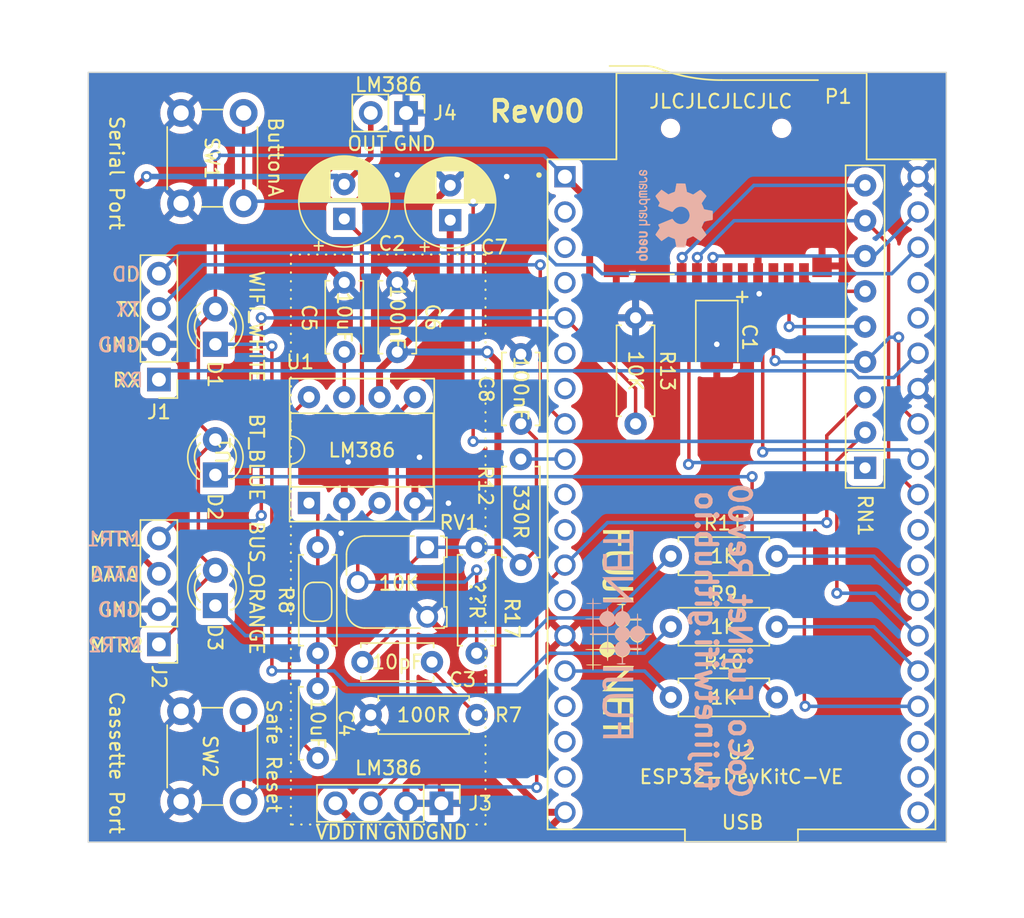
<source format=kicad_pcb>
(kicad_pcb (version 20221018) (generator pcbnew)
  (title_block (title "CoCo FujiNet") (date "2024-01-16") (rev "Rev 00"))
  (layers (0 "F.Cu" signal) (31 "B.Cu" signal) (34 "B.Paste" user) (35 "F.Paste" user) (36 "B.SilkS" user "B.Silkscreen") (37 "F.SilkS" user "F.Silkscreen") (38 "B.Mask" user) (39 "F.Mask" user) (44 "Edge.Cuts" user))
  (net 0 "")
  (net 1 "+3.3V")
  (net 2 "GND")
  (net 3 "Net-(C2-Pad1)")
  (net 4 "/CAS_PIN4_DATAIN")
  (net 5 "Net-(C3-Pad2)")
  (net 6 "Net-(C4-Pad2)")
  (net 7 "Net-(U1-BYPASS)")
  (net 8 "+5V")
  (net 9 "/LM386_IN")
  (net 10 "Net-(D1-K)")
  (net 11 "Net-(D2-K)")
  (net 12 "Net-(D3-K)")
  (net 13 "/SER_PIN2_RX")
  (net 14 "/SER_PIN4_TX")
  (net 15 "/CAS_PIN3_MTR1")
  (net 16 "Net-(P1-DAT2)")
  (net 17 "/IO5{slash}SPI_CS")
  (net 18 "/IO23{slash}SPI_MOSI")
  (net 19 "/IO18{slash}SPI_CLK")
  (net 20 "/IO19{slash}SPI_MISO")
  (net 21 "Net-(P1-DAT1)")
  (net 22 "/IO15{slash}CD")
  (net 23 "Net-(JP1-A)")
  (net 24 "/IO2{slash}LED_WIFI")
  (net 25 "/IO13{slash}LED_BT")
  (net 26 "/IO4{slash}LED_BUS")
  (net 27 "Net-(U2-IO25)")
  (net 28 "/IO14{slash}SAFE_RESET")
  (net 29 "Net-(U1-+)")
  (net 48 "/SER_PIN1_CD")
  (net 49 "Net-(JP1-B)")
  (net 50 "/IO0{slash}BUTTON_A")
  (footprint "LED_THT:LED_D3.0mm" (layer "F.Cu") (at 134.874 73.025 90)
    (fp_text reference "D1" (at -2.159 -0.036 270 unlocked) (layer "F.SilkS"))
    (fp_text value "WIFI_WHITE" (at 1.27 2.96 270 unlocked) (layer "F.SilkS"))
    (pad "1" thru_hole rect (at 0 0 90) (size 1.8 1.8) (drill 0.9) (layers "*.Cu" "*.Mask") (net 10 "Net-(D1-K)"))
    (pad "2" thru_hole circle (at 2.54 0 90) (size 1.8 1.8) (drill 0.9) (layers "*.Cu" "*.Mask") (net 1 "+3.3V"))
  )
  (footprint "Button_Switch_THT:SW_PUSH_6mm_H5mm" (layer "F.Cu") (at 136.906 56.388 -90)
    (fp_text reference "SW1" (at 3.25 2.286 -90 unlocked) (layer "F.SilkS"))
    (fp_text value "ButtonA" (at 3.175 -2.286 -90 unlocked) (layer "F.SilkS"))
    (pad "1" thru_hole circle (at 0 0) (size 2 2) (drill 1.1) (layers "*.Cu" "*.Mask") (net 50 "/IO0{slash}BUTTON_A"))
    (pad "1" thru_hole circle (at 6.5 0) (size 2 2) (drill 1.1) (layers "*.Cu" "*.Mask") (net 50 "/IO0{slash}BUTTON_A"))
    (pad "2" thru_hole circle (at 0 4.5) (size 2 2) (drill 1.1) (layers "*.Cu" "*.Mask") (net 2 "GND"))
    (pad "2" thru_hole circle (at 6.5 4.5) (size 2 2) (drill 1.1) (layers "*.Cu" "*.Mask") (net 2 "GND"))
  )
  (footprint "Connector_PinHeader_2.54mm:PinHeader_1x04_P2.54mm_Vertical" (layer "F.Cu") (at 130.81 75.565 180)
    (fp_text reference "J1" (at 0 -2.33) (layer "F.SilkS"))
    (fp_text value "Serial Port" (at 3.048 14.859 270 unlocked) (layer "F.SilkS"))
    (pad "1" thru_hole rect (at 0 0 180) (size 1.7 1.7) (drill 1) (layers "*.Cu" "*.Mask") (net 13 "/SER_PIN2_RX"))
    (pad "2" thru_hole oval (at 0 2.54 180) (size 1.7 1.7) (drill 1) (layers "*.Cu" "*.Mask") (net 2 "GND"))
    (pad "3" thru_hole oval (at 0 5.08 180) (size 1.7 1.7) (drill 1) (layers "*.Cu" "*.Mask") (net 14 "/SER_PIN4_TX"))
    (pad "4" thru_hole oval (at 0 7.62 180) (size 1.7 1.7) (drill 1) (layers "*.Cu" "*.Mask") (net 48 "/SER_PIN1_CD"))
  )
  (footprint "Connector_PinHeader_2.54mm:PinHeader_1x04_P2.54mm_Vertical" (layer "F.Cu") (at 130.81 94.615 180)
    (fp_text reference "J2" (at 0 -2.33 270 unlocked) (layer "F.SilkS"))
    (fp_text value "Cassette Port" (at 3.048 -8.509 270 unlocked) (layer "F.SilkS"))
    (pad "1" thru_hole rect (at 0 0 180) (size 1.7 1.7) (drill 1) (layers "*.Cu" "*.Mask") (net 1 "+3.3V"))
    (pad "2" thru_hole oval (at 0 2.54 180) (size 1.7 1.7) (drill 1) (layers "*.Cu" "*.Mask") (net 2 "GND"))
    (pad "3" thru_hole oval (at 0 5.08 180) (size 1.7 1.7) (drill 1) (layers "*.Cu" "*.Mask") (net 4 "/CAS_PIN4_DATAIN"))
    (pad "4" thru_hole oval (at 0 7.62 180) (size 1.7 1.7) (drill 1) (layers "*.Cu" "*.Mask") (net 15 "/CAS_PIN3_MTR1"))
  )
  (footprint "Resistor_THT:R_Axial_DIN0207_L6.3mm_D2.5mm_P7.62mm_Horizontal" (layer "F.Cu") (at 153.67 95.25 90)
    (fp_text reference "R17" (at 2.54 2.54 270 unlocked) (layer "F.SilkS"))
    (fp_text value "??R" (at 3.81 0 270 unlocked) (layer "F.SilkS"))
    (fp_text user "${REFERENCE}" (at 2.54 2.54 270 unlocked) (layer "F.SilkS"))
    (pad "1" thru_hole circle (at 0 0 90) (size 1.6 1.6) (drill 0.8) (layers "*.Cu" "*.Mask") (net 29 "Net-(U1-+)"))
    (pad "2" thru_hole oval (at 7.62 0 90) (size 1.6 1.6) (drill 0.8) (layers "*.Cu" "*.Mask") (net 9 "/LM386_IN"))
  )
  (footprint "Connector_PinHeader_2.54mm:PinHeader_1x02_P2.54mm_Vertical" (layer "F.Cu") (at 148.59 56.388 -90)
    (fp_text reference "J4" (at 0 -2.794) (layer "F.SilkS"))
    (fp_text value "LM386" (at -2.032 1.27 unlocked) (layer "F.SilkS"))
    (pad "1" thru_hole rect (at 0 0 270) (size 1.7 1.7) (drill 1) (layers "*.Cu" "*.Mask") (net 2 "GND"))
    (pad "2" thru_hole oval (at 0 2.54 270) (size 1.7 1.7) (drill 1) (layers "*.Cu" "*.Mask") (net 4 "/CAS_PIN4_DATAIN"))
  )
  (footprint "LED_THT:LED_D3.0mm" (layer "F.Cu") (at 134.874 91.821 90)
    (fp_text reference "D3" (at -2.286 -0.036 270 unlocked) (layer "F.SilkS"))
    (fp_text value "BUS_ORANGE" (at 1.27 2.96 270 unlocked) (layer "F.SilkS"))
    (pad "1" thru_hole rect (at 0 0 90) (size 1.8 1.8) (drill 0.9) (layers "*.Cu" "*.Mask") (net 12 "Net-(D3-K)"))
    (pad "2" thru_hole circle (at 2.54 0 90) (size 1.8 1.8) (drill 0.9) (layers "*.Cu" "*.Mask") (net 1 "+3.3V"))
  )
  (footprint "Capacitor_THT:C_Disc_D5.0mm_W2.5mm_P5.00mm" (layer "F.Cu") (at 147.955 73.58 90)
    (fp_text reference "C6" (at 2.5 2.54 270 unlocked) (layer "F.SilkS"))
    (fp_text value "100nF" (at 2.5 0 270 unlocked) (layer "F.SilkS"))
    (pad "1" thru_hole circle (at 0 0 90) (size 1.6 1.6) (drill 0.8) (layers "*.Cu" "*.Mask") (net 8 "+5V"))
    (pad "2" thru_hole circle (at 5 0 90) (size 1.6 1.6) (drill 0.8) (layers "*.Cu" "*.Mask") (net 2 "GND"))
  )
  (footprint "ESP32-DEVKITC-32U:MODULE_ESP32-DEVKITC-32U" (layer "F.Cu") (at 172.72 83.82)
    (fp_text reference "U2" (at 0 18.542 unlocked) (layer "F.SilkS"))
    (fp_text value "ESP32-DevKitC-VE" (at 0 20.32) (layer "F.SilkS"))
    (pad "1" thru_hole rect (at -12.7 -22.85) (size 1.53 1.53) (drill 1.02) (layers "*.Cu" "*.Mask") (net 1 "+3.3V"))
    (pad "2" thru_hole circle (at -12.7 -20.31) (size 1.53 1.53) (drill 1.02) (layers "*.Cu" "*.Mask"))
    (pad "3" thru_hole circle (at -12.7 -17.77) (size 1.53 1.53) (drill 1.02) (layers "*.Cu" "*.Mask"))
    (pad "4" thru_hole circle (at -12.7 -15.23) (size 1.53 1.53) (drill 1.02) (layers "*.Cu" "*.Mask"))
    (pad "5" thru_hole circle (at -12.7 -12.69) (size 1.53 1.53) (drill 1.02) (layers "*.Cu" "*.Mask") (net 15 "/CAS_PIN3_MTR1"))
    (pad "6" thru_hole circle (at -12.7 -10.15) (size 1.53 1.53) (drill 1.02) (layers "*.Cu" "*.Mask"))
    (pad "7" thru_hole circle (at -12.7 -7.61) (size 1.53 1.53) (drill 1.02) (layers "*.Cu" "*.Mask"))
    (pad "8" thru_hole circle (at -12.7 -5.07) (size 1.53 1.53) (drill 1.02) (layers "*.Cu" "*.Mask") (net 14 "/SER_PIN4_TX"))
    (pad "9" thru_hole circle (at -12.7 -2.53) (size 1.53 1.53) (drill 1.02) (layers "*.Cu" "*.Mask") (net 27 "Net-(U2-IO25)"))
    (pad "10" thru_hole circle (at -12.7 0.01) (size 1.53 1.53) (drill 1.02) (layers "*.Cu" "*.Mask"))
    (pad "11" thru_hole circle (at -12.7 2.55) (size 1.53 1.53) (drill 1.02) (layers "*.Cu" "*.Mask"))
    (pad "12" thru_hole circle (at -12.7 5.09) (size 1.53 1.53) (drill 1.02) (layers "*.Cu" "*.Mask") (net 28 "/IO14{slash}SAFE_RESET"))
    (pad "13" thru_hole circle (at -12.7 7.63) (size 1.53 1.53) (drill 1.02) (layers "*.Cu" "*.Mask"))
    (pad "14" thru_hole circle (at -12.7 10.17) (size 1.53 1.53) (drill 1.02) (layers "*.Cu" "*.Mask") (net 2 "GND"))
    (pad "15" thru_hole circle (at -12.7 12.71) (size 1.53 1.53) (drill 1.02) (layers "*.Cu" "*.Mask") (net 25 "/IO13{slash}LED_BT"))
    (pad "16" thru_hole circle (at -12.7 15.25) (size 1.53 1.53) (drill 1.02) (layers "*.Cu" "*.Mask"))
    (pad "17" thru_hole circle (at -12.7 17.79) (size 1.53 1.53) (drill 1.02) (layers "*.Cu" "*.Mask"))
    (pad "18" thru_hole circle (at -12.7 20.33) (size 1.53 1.53) (drill 1.02) (layers "*.Cu" "*.Mask"))
    (pad "19" thru_hole circle (at -12.7 22.87) (size 1.53 1.53) (drill 1.02) (layers "*.Cu" "*.Mask") (net 8 "+5V"))
    (pad "20" thru_hole circle (at 12.7 22.87) (size 1.53 1.53) (drill 1.02) (layers "*.Cu" "*.Mask"))
    (pad "21" thru_hole circle (at 12.7 20.33) (size 1.53 1.53) (drill 1.02) (layers "*.Cu" "*.Mask"))
    (pad "22" thru_hole circle (at 12.7 17.79) (size 1.53 1.53) (drill 1.02) (layers "*.Cu" "*.Mask"))
    (pad "23" thru_hole circle (at 12.7 15.25) (size 1.53 1.53) (drill 1.02) (layers "*.Cu" "*.Mask") (net 22 "/IO15{slash}CD"))
    (pad "24" thru_hole circle (at 12.7 12.71) (size 1.53 1.53) (drill 1.02) (layers "*.Cu" "*.Mask") (net 24 "/IO2{slash}LED_WIFI"))
    (pad "25" thru_hole circle (at 12.7 10.17) (size 1.53 1.53) (drill 1.02) (layers "*.Cu" "*.Mask") (net 50 "/IO0{slash}BUTTON_A"))
    (pad "26" thru_hole circle (at 12.7 7.63) (size 1.53 1.53) (drill 1.02) (layers "*.Cu" "*.Mask") (net 26 "/IO4{slash}LED_BUS"))
    (pad "27" thru_hole circle (at 12.7 5.09) (size 1.53 1.53) (drill 1.02) (layers "*.Cu" "*.Mask"))
    (pad "28" thru_hole circle (at 12.7 2.55) (size 1.53 1.53) (drill 1.02) (layers "*.Cu" "*.Mask"))
    (pad "29" thru_hole circle (at 12.7 0.01) (size 1.53 1.53) (drill 1.02) (layers "*.Cu" "*.Mask") (net 17 "/IO5{slash}SPI_CS"))
    (pad "30" thru_hole circle (at 12.7 -2.53) (size 1.53 1.53) (drill 1.02) (layers "*.Cu" "*.Mask") (net 19 "/IO18{slash}SPI_CLK"))
    (pad "31" thru_hole circle (at 12.7 -5.07) (size 1.53 1.53) (drill 1.02) (layers "*.Cu" "*.Mask") (net 20 "/IO19{slash}SPI_MISO"))
    (pad "32" thru_hole circle (at 12.7 -7.61) (size 1.53 1.53) (drill 1.02) (layers "*.Cu" "*.Mask") (net 2 "GND"))
    (pad "33" thru_hole circle (at 12.7 -10.15) (size 1.53 1.53) (drill 1.02) (layers "*.Cu" "*.Mask") (net 13 "/SER_PIN2_RX"))
    (pad "34" thru_hole circle (at 12.7 -12.69) (size 1.53 1.53) (drill 1.02) (layers "*.Cu" "*.Mask"))
    (pad "35" thru_hole circle (at 12.7 -15.23) (size 1.53 1.53) (drill 1.02) (layers "*.Cu" "*.Mask"))
    (pad "36" thru_hole circle (at 12.7 -17.77) (size 1.53 1.53) (drill 1.02) (layers "*.Cu" "*.Mask") (net 48 "/SER_PIN1_CD"))
    (pad "37" thru_hole circle (at 12.7 -20.31) (size 1.53 1.53) (drill 1.02) (layers "*.Cu" "*.Mask") (net 18 "/IO23{slash}SPI_MOSI"))
    (pad "38" thru_hole circle (at 12.7 -22.85) (size 1.53 1.53) (drill 1.02) (layers "*.Cu" "*.Mask") (net 2 "GND"))
  )
  (footprint "Resistor_THT:R_Axial_DIN0207_L6.3mm_D2.5mm_P7.62mm_Horizontal" (layer "F.Cu") (at 167.64 93.345)
    (fp_text reference "R9" (at 3.81 -2.37) (layer "F.SilkS"))
    (fp_text value "1K" (at 3.81 0 unlocked) (layer "F.SilkS"))
    (pad "1" thru_hole circle (at 0 0) (size 1.6 1.6) (drill 0.8) (layers "*.Cu" "*.Mask") (net 10 "Net-(D1-K)"))
    (pad "2" thru_hole oval (at 7.62 0) (size 1.6 1.6) (drill 0.8) (layers "*.Cu" "*.Mask") (net 24 "/IO2{slash}LED_WIFI"))
  )
  (footprint "Connector_PinHeader_2.54mm:PinHeader_1x04_P2.54mm_Vertical" (layer "F.Cu") (at 151.13 106.045 -90)
    (fp_text reference "J3" (at 0 -2.794 -180) (layer "F.SilkS"))
    (fp_text value "LM386" (at -2.54 3.81 180) (layer "F.SilkS"))
    (pad "1" thru_hole rect (at 0 0 270) (size 1.7 1.7) (drill 1) (layers "*.Cu" "*.Mask") (net 2 "GND"))
    (pad "2" thru_hole oval (at 0 2.54 270) (size 1.7 1.7) (drill 1) (layers "*.Cu" "*.Mask") (net 2 "GND"))
    (pad "3" thru_hole oval (at 0 5.08 270) (size 1.7 1.7) (drill 1) (layers "*.Cu" "*.Mask") (net 9 "/LM386_IN"))
    (pad "4" thru_hole oval (at 0 7.62 270) (size 1.7 1.7) (drill 1) (layers "*.Cu" "*.Mask") (net 8 "+5V"))
  )
  (footprint "Resistor_THT:R_Axial_DIN0207_L6.3mm_D2.5mm_P7.62mm_Horizontal" (layer "F.Cu") (at 146.05 99.695)
    (fp_text reference "R7" (at 9.906 0) (layer "F.SilkS"))
    (fp_text value "100R" (at 3.81 0 unlocked) (layer "F.SilkS"))
    (pad "1" thru_hole circle (at 0 0) (size 1.6 1.6) (drill 0.8) (layers "*.Cu" "*.Mask") (net 2 "GND"))
    (pad "2" thru_hole oval (at 7.62 0) (size 1.6 1.6) (drill 0.8) (layers "*.Cu" "*.Mask") (net 5 "Net-(C3-Pad2)"))
  )
  (footprint "Capacitor_Tantalum_SMD:CP_EIA-3528-15_AVX-H_Pad1.50x2.35mm_HandSolder" (layer "F.Cu") (at 170.942 72.517 -90)
    (fp_text reference "C1" (at 0 -2.35 -90 unlocked) (layer "F.SilkS"))
    (fp_text value "47uF 10v")
    (pad "1" smd roundrect (at -1.625 0 270) (size 1.5 2.35) (layers "F.Cu" "F.Paste" "F.Mask") (roundrect_rratio 0.1666673333) (net 1 "+3.3V"))
    (pad "2" smd roundrect (at 1.625 0 270) (size 1.5 2.35) (layers "F.Cu" "F.Paste" "F.Mask") (roundrect_rratio 0.1666673333) (net 2 "GND"))
  )
  (footprint "Resistor_THT:R_Axial_DIN0207_L6.3mm_D2.5mm_P7.62mm_Horizontal" (layer "F.Cu") (at 167.64 88.265)
    (fp_text reference "R11" (at 3.81 -2.37) (layer "F.SilkS"))
    (fp_text value "1K" (at 3.81 0 unlocked) (layer "F.SilkS"))
    (pad "1" thru_hole circle (at 0 0) (size 1.6 1.6) (drill 0.8) (layers "*.Cu" "*.Mask") (net 12 "Net-(D3-K)"))
    (pad "2" thru_hole oval (at 7.62 0) (size 1.6 1.6) (drill 0.8) (layers "*.Cu" "*.Mask") (net 26 "/IO4{slash}LED_BUS"))
  )
  (footprint "Capacitor_THT:CP_Radial_D6.3mm_P2.50mm" (layer "F.Cu") (at 151.765 64.095 90)
    (fp_text reference "C7" (at -1.945 3.175 180) (layer "F.SilkS"))
    (fp_text value "100uF")
    (pad "1" thru_hole rect (at 0 0 90) (size 1.6 1.6) (drill 0.8) (layers "*.Cu" "*.Mask") (net 8 "+5V"))
    (pad "2" thru_hole circle (at 2.5 0 90) (size 1.6 1.6) (drill 0.8) (layers "*.Cu" "*.Mask") (net 2 "GND"))
  )
  (footprint "Button_Switch_THT:SW_PUSH_6mm_H5mm" (layer "F.Cu") (at 136.906 99.418 -90)
    (fp_text reference "SW2" (at 3.25 2.413 -90 unlocked) (layer "F.SilkS"))
    (fp_text value "Safe Reset" (at 3.23 -2.159 -90 unlocked) (layer "F.SilkS"))
    (pad "1" thru_hole circle (at 0 0) (size 2 2) (drill 1.1) (layers "*.Cu" "*.Mask") (net 28 "/IO14{slash}SAFE_RESET"))
    (pad "1" thru_hole circle (at 6.5 0) (size 2 2) (drill 1.1) (layers "*.Cu" "*.Mask") (net 28 "/IO14{slash}SAFE_RESET"))
    (pad "2" thru_hole circle (at 0 4.5) (size 2 2) (drill 1.1) (layers "*.Cu" "*.Mask") (net 2 "GND"))
    (pad "2" thru_hole circle (at 6.5 4.5) (size 2 2) (drill 1.1) (layers "*.Cu" "*.Mask") (net 2 "GND"))
  )
  (footprint "Jumper:SolderJumper-2_P1.3mm_Bridged_RoundedPad1.0x1.5mm" (layer "F.Cu") (at 142.24 91.552 90)
    (fp_text reference "JP1" hide)
    (fp_text value "GAIN" hide)
    (fp_poly (pts (xy 0.25 -0.3) (xy -0.25 -0.3) (xy -0.25 0.3) (xy 0.25 0.3)) (fill solid) (layer "F.Cu"))
    (pad "1" smd custom (at -0.65 0 90) (size 1 0.5) (layers "F.Cu" "F.Mask") (net 23 "Net-(JP1-A)") (options (clearance outline) (anchor rect)) (primitives (gr_circle (center 0 0.25) (end 0.5 0.25) (width 0) (fill yes)) (gr_circle (center 0 -0.25) (end 0.5 -0.25) (width 0) (fill yes)) (gr_poly (pts (xy 0.5 0.75) (xy 0 0.75) (xy 0 -0.75) (xy 0.5 -0.75)) (width 0) (fill yes))))
    (pad "2" smd custom (at 0.65 0 90) (size 1 0.5) (layers "F.Cu" "F.Mask") (net 49 "Net-(JP1-B)") (options (clearance outline) (anchor rect)) (primitives (gr_circle (center 0 0.25) (end 0.5 0.25) (width 0) (fill yes)) (gr_circle (center 0 -0.25) (end 0.5 -0.25) (width 0) (fill yes)) (gr_poly (pts (xy 0 0.75) (xy -0.5 0.75) (xy -0.5 -0.75) (xy 0 -0.75)) (width 0) (fill yes))))
  )
  (footprint "Resistor_THT:R_Array_SIP9" (layer "F.Cu") (at 181.61 81.915 90)
    (fp_text reference "RN1" (at -3.429 0 270 unlocked) (layer "F.SilkS"))
    (fp_text value "10K")
    (pad "1" thru_hole rect (at 0 0 90) (size 1.6 1.6) (drill 0.8) (layers "*.Cu" "*.Mask") (net 1 "+3.3V"))
    (pad "2" thru_hole oval (at 2.54 0 90) (size 1.6 1.6) (drill 0.8) (layers "*.Cu" "*.Mask") (net 50 "/IO0{slash}BUTTON_A"))
    (pad "3" thru_hole oval (at 5.08 0 90) (size 1.6 1.6) (drill 0.8) (layers "*.Cu" "*.Mask") (net 28 "/IO14{slash}SAFE_RESET"))
    (pad "4" thru_hole oval (at 7.62 0 90) (size 1.6 1.6) (drill 0.8) (layers "*.Cu" "*.Mask") (net 20 "/IO19{slash}SPI_MISO"))
    (pad "5" thru_hole oval (at 10.16 0 90) (size 1.6 1.6) (drill 0.8) (layers "*.Cu" "*.Mask") (net 21 "Net-(P1-DAT1)"))
    (pad "6" thru_hole oval (at 12.7 0 90) (size 1.6 1.6) (drill 0.8) (layers "*.Cu" "*.Mask") (net 22 "/IO15{slash}CD"))
    (pad "7" thru_hole oval (at 15.24 0 90) (size 1.6 1.6) (drill 0.8) (layers "*.Cu" "*.Mask") (net 18 "/IO23{slash}SPI_MOSI"))
    (pad "8" thru_hole oval (at 17.78 0 90) (size 1.6 1.6) (drill 0.8) (layers "*.Cu" "*.Mask") (net 17 "/IO5{slash}SPI_CS"))
    (pad "9" thru_hole oval (at 20.32 0 90) (size 1.6 1.6) (drill 0.8) (layers "*.Cu" "*.Mask") (net 16 "Net-(P1-DAT2)"))
  )
  (footprint "Resistor_THT:R_Axial_DIN0207_L6.3mm_D2.5mm_P7.62mm_Horizontal" (layer "F.Cu") (at 165.1 78.74 90)
    (fp_text reference "R13" (at 3.81 2.286 270 unlocked) (layer "F.SilkS"))
    (fp_text value "10K" (at 3.81 0 270 unlocked) (layer "F.SilkS"))
    (pad "1" thru_hole circle (at 0 0 90) (size 1.6 1.6) (drill 0.8) (layers "*.Cu" "*.Mask") (net 15 "/CAS_PIN3_MTR1"))
    (pad "2" thru_hole oval (at 7.62 0 90) (size 1.6 1.6) (drill 0.8) (layers "*.Cu" "*.Mask") (net 2 "GND"))
  )
  (footprint "Capacitor_THT:C_Disc_D5.0mm_W2.5mm_P5.00mm" (layer "F.Cu") (at 142.24 97.79 -90)
    (fp_text reference "C4" (at 2.5 -2.032 -90 unlocked) (layer "F.SilkS"))
    (fp_text value "10uF" (at 2.5 0 -90 unlocked) (layer "F.SilkS"))
    (pad "1" thru_hole circle (at 0 0 270) (size 1.6 1.6) (drill 0.8) (layers "*.Cu" "*.Mask") (net 23 "Net-(JP1-A)"))
    (pad "2" thru_hole circle (at 5 0 270) (size 1.6 1.6) (drill 0.8) (layers "*.Cu" "*.Mask") (net 6 "Net-(C4-Pad2)"))
  )
  (footprint "LED_THT:LED_D3.0mm" (layer "F.Cu") (at 134.874 82.423 90)
    (fp_text reference "D2" (at -2.281 -0.036 270 unlocked) (layer "F.SilkS"))
    (fp_text value "BT_BLUE" (at 1.27 2.96 270 unlocked) (layer "F.SilkS"))
    (pad "1" thru_hole rect (at 0 0 90) (size 1.8 1.8) (drill 0.9) (layers "*.Cu" "*.Mask") (net 11 "Net-(D2-K)"))
    (pad "2" thru_hole circle (at 2.54 0 90) (size 1.8 1.8) (drill 0.9) (layers "*.Cu" "*.Mask") (net 1 "+3.3V"))
  )
  (footprint "Capacitor_THT:CP_Radial_D6.3mm_P2.50mm" (layer "F.Cu") (at 144.145 64.00738 90)
    (fp_text reference "C2" (at -1.77862 3.429 180) (layer "F.SilkS"))
    (fp_text value "100uF")
    (pad "1" thru_hole rect (at 0 0 90) (size 1.6 1.6) (drill 0.8) (layers "*.Cu" "*.Mask") (net 3 "Net-(C2-Pad1)"))
    (pad "2" thru_hole circle (at 2.5 0 90) (size 1.6 1.6) (drill 0.8) (layers "*.Cu" "*.Mask") (net 4 "/CAS_PIN4_DATAIN"))
  )
  (footprint "Capacitor_THT:C_Disc_D5.0mm_W2.5mm_P5.00mm" (layer "F.Cu") (at 144.145 68.58 -90)
    (fp_text reference "C5" (at 2.54 2.54 -90 unlocked) (layer "F.SilkS"))
    (fp_text value "10uF" (at 2.5 0 -90 unlocked) (layer "F.SilkS"))
    (pad "1" thru_hole circle (at 0 0 270) (size 1.6 1.6) (drill 0.8) (layers "*.Cu" "*.Mask") (net 2 "GND"))
    (pad "2" thru_hole circle (at 5 0 270) (size 1.6 1.6) (drill 0.8) (layers "*.Cu" "*.Mask") (net 7 "Net-(U1-BYPASS)"))
  )
  (footprint "LOGO" (layer "F.Cu") (at 163.83 93.8784 -90)
    (fp_text reference "G***" hide)
    (fp_text value "LOGO" hide)
  )
  (footprint "Capacitor_THT:C_Disc_D5.0mm_W2.5mm_P5.00mm" (layer "F.Cu") (at 156.845 78.74 90)
    (fp_text reference "C8" (at 2.5 -2.5 270 unlocked) (layer "F.SilkS"))
    (fp_text value "100nF" (at 2.54 0 270 unlocked) (layer "F.SilkS"))
    (pad "1" thru_hole circle (at 0 0 90) (size 1.6 1.6) (drill 0.8) (layers "*.Cu" "*.Mask") (net 9 "/LM386_IN"))
    (pad "2" thru_hole circle (at 5 0 90) (size 1.6 1.6) (drill 0.8) (layers "*.Cu" "*.Mask") (net 2 "GND"))
  )
  (footprint "ST-TF-003A:SUNTECH_ST-TF-003A" (layer "F.Cu") (at 171.9326 62.6618 180)
    (fp_text reference "P1" (at -7.745 7.456) (layer "F.SilkS"))
    (fp_text value "ST-TF-003A")
    (pad "" np_thru_hole circle (at -3.68 5.17 180) (size 0.9 0.9) (drill 0.9) (layers "*.Cu" "*.Mask"))
    (pad "" np_thru_hole circle (at 4.32 5.17 180) (size 0.9 0.9) (drill 0.9) (layers "*.Cu" "*.Mask"))
    (pad "1" smd rect (at 3.52 -5.33 180) (size 0.7 1.6) (layers "F.Cu" "F.Paste" "F.Mask") (net 16 "Net-(P1-DAT2)"))
    (pad "2" smd rect (at 2.42 -5.33 180) (size 0.7 1.6) (layers "F.Cu" "F.Paste" "F.Mask") (net 17 "/IO5{slash}SPI_CS"))
    (pad "3" smd rect (at 1.32 -5.33 180) (size 0.7 1.6) (layers "F.Cu" "F.Paste" "F.Mask") (net 18 "/IO23{slash}SPI_MOSI"))
    (pad "4" smd rect (at 0.22 -5.33 180) (size 0.7 1.6) (layers "F.Cu" "F.Paste" "F.Mask") (net 1 "+3.3V"))
    (pad "5" smd rect (at -0.88 -5.33 180) (size 0.7 1.6) (layers "F.Cu" "F.Paste" "F.Mask") (net 19 "/IO18{slash}SPI_CLK"))
    (pad "6" smd rect (at -1.98 -5.33 180) (size 0.7 1.6) (layers "F.Cu" "F.Paste" "F.Mask") (net 2 "GND"))
    (pad "7" smd rect (at -3.08 -5.33 180) (size 0.7 1.6) (layers "F.Cu" "F.Paste" "F.Mask") (net 20 "/IO19{slash}SPI_MISO"))
    (pad "8" smd rect (at -4.18 -5.33 180) (size 0.7 1.6) (layers "F.Cu" "F.Paste" "F.Mask") (net 21 "Net-(P1-DAT1)"))
    (pad "9" smd rect (at -5.28 -5.33 180) (size 0.7 1.6) (layers "F.Cu" "F.Paste" "F.Mask") (net 22 "/IO15{slash}CD"))
    (pad "G1" smd rect (at -6.58 -4.73 180) (size 1.4 1.6) (layers "F.Cu" "F.Paste" "F.Mask") (net 2 "GND"))
    (pad "G2" smd rect (at -6.58 4.77 180) (size 1.4 2.2) (layers "F.Cu" "F.Paste" "F.Mask") (net 2 "GND"))
    (pad "G3" smd rect (at 9.12 4.77 180) (size 1.4 2.2) (layers "F.Cu" "F.Paste" "F.Mask") (net 2 "GND"))
    (pad "G4" smd rect (at 8.22 -4.83 180) (size 1.8 1.4) (layers "F.Cu" "F.Paste" "F.Mask") (net 2 "GND"))
  )
  (footprint "Potentiometer_THT:Potentiometer_Runtron_RM-065_Vertical" (layer "F.Cu") (at 150.114 87.63 -90)
    (fp_text reference "RV1" (at -1.778 -2.286) (layer "F.SilkS"))
    (fp_text value "10K" (at 2.6 2.032 unlocked) (layer "F.SilkS"))
    (pad "1" thru_hole rect (at 0 0 270) (size 1.56 1.56) (drill 1) (layers "*.Cu" "*.Mask") (net 9 "/LM386_IN"))
    (pad "2" thru_hole circle (at 2.5 5 270) (size 1.56 1.56) (drill 1) (layers "*.Cu" "*.Mask") (net 29 "Net-(U1-+)"))
    (pad "3" thru_hole circle (at 5 0 270) (size 1.56 1.56) (drill 1) (layers "*.Cu" "*.Mask") (net 2 "GND"))
  )
  (footprint "Resistor_THT:R_Axial_DIN0207_L6.3mm_D2.5mm_P7.62mm_Horizontal" (layer "F.Cu") (at 156.845 88.9 90)
    (fp_text reference "R12" (at 5.715 -2.54 270 unlocked) (layer "F.SilkS"))
    (fp_text value "330R" (at 3.81 0 270 unlocked) (layer "F.SilkS"))
    (pad "1" thru_hole circle (at 0 0 90) (size 1.6 1.6) (drill 0.8) (layers "*.Cu" "*.Mask") (net 9 "/LM386_IN"))
    (pad "2" thru_hole oval (at 7.62 0 90) (size 1.6 1.6) (drill 0.8) (layers "*.Cu" "*.Mask") (net 27 "Net-(U2-IO25)"))
  )
  (footprint "Resistor_THT:R_Axial_DIN0207_L6.3mm_D2.5mm_P7.62mm_Horizontal" (layer "F.Cu") (at 142.24 95.25 90)
    (fp_text reference "R8" (at 3.81 -2.286 270 unlocked) (layer "F.SilkS"))
    (fp_text value "0R" hide)
    (pad "1" thru_hole circle (at 0 0 90) (size 1.6 1.6) (drill 0.8) (layers "*.Cu" "*.Mask") (net 23 "Net-(JP1-A)"))
    (pad "2" thru_hole oval (at 7.62 0 90) (size 1.6 1.6) (drill 0.8) (layers "*.Cu" "*.Mask") (net 49 "Net-(JP1-B)"))
  )
  (footprint "Capacitor_THT:C_Disc_D5.0mm_W2.5mm_P5.00mm" (layer "F.Cu") (at 145.455 95.885)
    (fp_text reference "C3" (at 7.199 1.27) (layer "F.SilkS"))
    (fp_text value "10pF" (at 2.5 0 unlocked) (layer "F.SilkS"))
    (pad "1" thru_hole circle (at 0 0) (size 1.6 1.6) (drill 0.8) (layers "*.Cu" "*.Mask") (net 3 "Net-(C2-Pad1)"))
    (pad "2" thru_hole circle (at 5 0) (size 1.6 1.6) (drill 0.8) (layers "*.Cu" "*.Mask") (net 5 "Net-(C3-Pad2)"))
  )
  (footprint "Package_DIP:DIP-8_W7.62mm_Socket" (layer "F.Cu") (at 141.605 84.445 90)
    (fp_text reference "U1" (at 3.81 -6.14 90) (layer "F.SilkS"))
    (fp_text value "LM386" (at 3.8 3.81 unlocked) (layer "F.SilkS"))
    (fp_text user "${REFERENCE}" (at 10.15 -0.635 unlocked) (layer "F.SilkS"))
    (pad "1" thru_hole rect (at 0 0 90) (size 1.6 1.6) (drill 0.8) (layers "*.Cu" "*.Mask") (net 49 "Net-(JP1-B)"))
    (pad "2" thru_hole oval (at 0 2.54 90) (size 1.6 1.6) (drill 0.8) (layers "*.Cu" "*.Mask") (net 2 "GND"))
    (pad "3" thru_hole oval (at 0 5.08 90) (size 1.6 1.6) (drill 0.8) (layers "*.Cu" "*.Mask") (net 29 "Net-(U1-+)"))
    (pad "4" thru_hole oval (at 0 7.62 90) (size 1.6 1.6) (drill 0.8) (layers "*.Cu" "*.Mask") (net 2 "GND"))
    (pad "5" thru_hole oval (at 7.62 7.62 90) (size 1.6 1.6) (drill 0.8) (layers "*.Cu" "*.Mask") (net 3 "Net-(C2-Pad1)"))
    (pad "6" thru_hole oval (at 7.62 5.08 90) (size 1.6 1.6) (drill 0.8) (layers "*.Cu" "*.Mask") (net 8 "+5V"))
    (pad "7" thru_hole oval (at 7.62 2.54 90) (size 1.6 1.6) (drill 0.8) (layers "*.Cu" "*.Mask") (net 7 "Net-(U1-BYPASS)"))
    (pad "8" thru_hole oval (at 7.62 0 90) (size 1.6 1.6) (drill 0.8) (layers "*.Cu" "*.Mask") (net 6 "Net-(C4-Pad2)"))
  )
  (footprint "Resistor_THT:R_Axial_DIN0207_L6.3mm_D2.5mm_P7.62mm_Horizontal" (layer "F.Cu") (at 175.26 98.425 180)
    (fp_text reference "R10" (at 3.81 2.54) (layer "F.SilkS"))
    (fp_text value "1K" (at 3.81 0 unlocked) (layer "F.SilkS"))
    (pad "1" thru_hole circle (at 0 0 180) (size 1.6 1.6) (drill 0.8) (layers "*.Cu" "*.Mask") (net 11 "Net-(D2-K)"))
    (pad "2" thru_hole oval (at 7.62 0 180) (size 1.6 1.6) (drill 0.8) (layers "*.Cu" "*.Mask") (net 25 "/IO13{slash}LED_BT"))
  )
  (footprint "Symbol:OSHW-Logo2_7.3x6mm_SilkScreen" (layer "B.Cu") (at 167.894 63.754 90)
    (fp_text reference "REF**" hide)
    (fp_text value "OSHW-Logo2_7.3x6mm_SilkScreen" hide)
  )
  (footprint "LOGO" (layer "B.Cu") (at 163.83 93.8784 90)
    (fp_text reference "G***" hide)
    (fp_text value "LOGO" hide)
  )
  (gr_rect (start 140.305 66.569) (end 154.305 107.569) (stroke (width 0.15) (type dot)) (fill none) (layer "F.SilkS"))
  (gr_rect (start 125.73 53.467) (end 187.452 108.839) (stroke (width 0.1)) (fill none) (layer "Edge.Cuts"))
  (gr_text "MTR1" (at 129.54 87.63) (layer "B.SilkS") (effects (font (size 1 1)) (justify left bottom mirror)))
  (gr_text "DATA" (at 129.54 90.17) (layer "B.SilkS") (effects (font (size 1 1)) (justify left bottom mirror)))
  (gr_text "RX" (at 127.635 76.2) (layer "B.SilkS") (effects (font (size 1 1)) (justify right bottom mirror)))
  (gr_text "CoCo FujiNet Rev00\nfujinetwifi.github.io" (at 169.291 94.361 270) (layer "B.SilkS") (effects (font (size 1.5 1.5) (thickness 0.3) bold) (justify bottom mirror)))
  (gr_text "GND" (at 129.54 73.66) (layer "B.SilkS") (effects (font (size 1 1)) (justify left bottom mirror)))
  (gr_text "CD" (at 127.381 68.58) (layer "B.SilkS") (effects (font (size 1 1)) (justify right bottom mirror)))
  (gr_text "GND" (at 129.54 92.71) (layer "B.SilkS") (effects (font (size 1 1)) (justify left bottom mirror)))
  (gr_text "MTR2" (at 129.667 95.25) (layer "B.SilkS") (effects (font (size 1 1)) (justify left bottom mirror)))
  (gr_text "TX" (at 127.635 71.12) (layer "B.SilkS") (effects (font (size 1 1)) (justify right bottom mirror)))
  (gr_text "GND" (at 146.812 108.712) (layer "F.SilkS") (effects (font (size 1 1)) (justify left bottom)))
  (gr_text "USB" (at 171.196 108.0008) (layer "F.SilkS") (effects (font (size 1 1)) (justify left bottom)))
  (gr_text "+" (at 172.7708 69.5452) (layer "F.SilkS") (effects (font (size 1 1))))
  (gr_text "GND" (at 126.365 92.71) (layer "F.SilkS") (effects (font (size 1 1)) (justify left bottom)))
  (gr_text "CD" (at 129.54 68.58) (layer "F.SilkS") (effects (font (size 1 1)) (justify right bottom)))
  (gr_text "MTR1" (at 125.73 87.63) (layer "F.SilkS") (effects (font (size 1 1)) (justify left bottom)))
  (gr_text "DATA" (at 125.73 90.17) (layer "F.SilkS") (effects (font (size 1 1)) (justify left bottom)))
  (gr_text "GND" (at 147.574 59.182) (layer "F.SilkS") (effects (font (size 1 1)) (justify left bottom)))
  (gr_text "MTR2" (at 125.73 95.25) (layer "F.SilkS") (effects (font (size 1 1)) (justify left bottom)))
  (gr_text "VDD" (at 141.986 108.712) (layer "F.SilkS") (effects (font (size 1 1)) (justify left bottom)))
  (gr_text "GND" (at 126.365 73.66) (layer "F.SilkS") (effects (font (size 1 1)) (justify left bottom)))
  (gr_text "RX" (at 129.54 76.2) (layer "F.SilkS") (effects (font (size 1 1)) (justify right bottom)))
  (gr_text "JLCJLCJLCJLC" (at 165.989 56.134) (layer "F.SilkS") (effects (font (size 1 1)) (justify left bottom)))
  (gr_text "Rev00" (at 154.432 57.15) (layer "F.SilkS") (effects (font (size 1.5 1.5) (thickness 0.3) bold) (justify left bottom)))
  (gr_text "IN" (at 145.034 108.712) (layer "F.SilkS") (effects (font (size 1 1)) (justify left bottom)))
  (gr_text "OUT" (at 144.272 59.182) (layer "F.SilkS") (effects (font (size 1 1)) (justify left bottom)))
  (gr_text "GND" (at 149.86 108.712) (layer "F.SilkS") (effects (font (size 1 1)) (justify left bottom)))
  (gr_text "TX" (at 129.54 71.12) (layer "F.SilkS") (effects (font (size 1 1)) (justify right bottom)))
  (segment (start 171.7126 67.9918) (end 171.7126 70.1214) (width 0.5) (layer "F.Cu") (net 1))
  (segment (start 130.81 94.615) (end 132.969 92.456) (width 0.25) (layer "F.Cu") (net 1))
  (segment (start 134.874 70.485) (end 133.649 71.71) (width 0.25) (layer "F.Cu") (net 1))
  (segment (start 168.91 81.661) (end 168.936 81.635) (width 0.25) (layer "F.Cu") (net 1))
  (segment (start 133.649 81.108) (end 133.649 88.056) (width 0.25) (layer "F.Cu") (net 1))
  (segment (start 134.874 79.883) (end 133.649 81.108) (width 0.25) (layer "F.Cu") (net 1))
  (segment (start 163.576 72.898) (end 161.798 71.12) (width 0.5) (layer "F.Cu") (net 1))
  (segment (start 132.969 91.186) (end 134.874 89.281) (width 0.25) (layer "F.Cu") (net 1))
  (segment (start 168.936 72.898) (end 163.576 72.898) (width 0.5) (layer "F.Cu") (net 1))
  (segment (start 133.649 88.056) (end 134.874 89.281) (width 0.25) (layer "F.Cu") (net 1))
  (segment (start 133.649 78.658) (end 134.874 79.883) (width 0.25) (layer "F.Cu") (net 1))
  (segment (start 133.649 71.71) (end 133.649 78.658) (width 0.25) (layer "F.Cu") (net 1))
  (segment (start 132.969 92.456) (end 132.969 91.186) (width 0.25) (layer "F.Cu") (net 1))
  (segment (start 161.798 62.748) (end 160.02 60.97) (width 0.5) (layer "F.Cu") (net 1))
  (segment (start 171.7126 70.1214) (end 168.936 72.898) (width 0.5) (layer "F.Cu") (net 1))
  (segment (start 134.874 59.436) (end 134.874 70.485) (width 0.25) (layer "F.Cu") (net 1))
  (segment (start 168.936 81.635) (end 168.936 72.898) (width 0.25) (layer "F.Cu") (net 1))
  (segment (start 161.798 71.12) (end 161.798 62.748) (width 0.5) (layer "F.Cu") (net 1))
  (via (at 168.91 81.661) (size 0.8) (drill 0.4) (layers "F.Cu" "B.Cu") (net 1))
  (via (at 134.874 59.436) (size 0.8) (drill 0.4) (layers "F.Cu" "B.Cu") (net 1))
  (segment (start 181.229 81.534) (end 181.61 81.915) (width 0.25) (layer "B.Cu") (net 1))
  (segment (start 168.91 81.661) (end 169.037 81.534) (width 0.25) (layer "B.Cu") (net 1))
  (segment (start 169.037 81.534) (end 181.229 81.534) (width 0.25) (layer "B.Cu") (net 1))
  (segment (start 158.486 59.436) (end 160.02 60.97) (width 0.25) (layer "B.Cu") (net 1))
  (segment (start 134.874 59.436) (end 158.486 59.436) (width 0.25) (layer "B.Cu") (net 1))
  (segment (start 170.942 73.025) (end 170.942 74.142) (width 0.5) (layer "F.Cu") (net 2))
  (segment (start 173.94 69.3428) (end 173.94 68.412) (width 0.5) (layer "F.Cu") (net 2))
  (segment (start 173.99 69.3928) (end 173.94 69.3428) (width 0.5) (layer "F.Cu") (net 2))
  (via (at 155.829 60.96) (size 0.8) (drill 0.4) (layers "F.Cu" "B.Cu") (net 2))
  (via (at 173.99 69.3928) (size 0.8) (drill 0.4) (layers "F.Cu" "B.Cu") (net 2))
  (via (at 149.5552 81.153) (size 0.8) (drill 0.4) (layers "F.Cu" "B.Cu") (net 2))
  (via (at 147.955 60.833) (size 0.8) (drill 0.4) (layers "F.Cu" "B.Cu") (net 2))
  (via (at 170.942 73.025) (size 0.8) (drill 0.4) (layers "F.Cu" "B.Cu") (net 2))
  (via (at 151.638 84.455) (size 0.8) (drill 0.4) (layers "F.Cu" "B.Cu") (net 2))
  (via (at 144.4244 81.4832) (size 0.8) (drill 0.4) (layers "F.Cu" "B.Cu") (net 2))
  (via (at 143.9164 86.614) (size 0.8) (drill 0.4) (layers "F.Cu" "B.Cu") (net 2))
  (segment (start 147.955 93.385) (end 147.955 78.095) (width 0.25) (layer "F.Cu") (net 3))
  (segment (start 147.691 78.359) (end 146.177 78.359) (width 0.3) (layer "F.Cu") (net 3))
  (segment (start 148.1 77.95) (end 149.225 76.825) (width 0.3) (layer "F.Cu") (net 3))
  (segment (start 146.177 78.359) (end 145.415 77.597) (width 0.3) (layer "F.Cu") (net 3))
  (segment (start 148.1 77.95) (end 147.691 78.359) (width 0.3) (layer "F.Cu") (net 3))
  (segment (start 145.455 95.885) (end 147.955 93.385) (width 0.25) (layer "F.Cu") (net 3))
  (segment (start 147.955 78.095) (end 148.1 77.95) (width 0.25) (layer "F.Cu") (net 3))
  (segment (start 145.415 65.27738) (end 144.145 64.00738) (width 0.3) (layer "F.Cu") (net 3))
  (segment (start 145.415 77.597) (end 145.415 65.27738) (width 0.3) (layer "F.Cu") (net 3))
  (segment (start 128.143 62.738) (end 128.143 86.868) (width 0.4) (layer "F.Cu") (net 4))
  (segment (start 129.921 60.96) (end 128.143 62.738) (width 0.4) (layer "F.Cu") (net 4))
  (segment (start 144.145 61.50738) (end 146.05 59.60238) (width 0.4) (layer "F.Cu") (net 4))
  (segment (start 128.143 86.868) (end 130.81 89.535) (width 0.4) (layer "F.Cu") (net 4))
  (segment (start 146.05 59.60238) (end 146.05 56.388) (width 0.4) (layer "F.Cu") (net 4))
  (via (at 129.921 60.96) (size 0.8) (drill 0.4) (layers "F.Cu" "B.Cu") (net 4))
  (segment (start 129.921 60.96) (end 143.59762 60.96) (width 0.4) (layer "B.Cu") (net 4))
  (segment (start 143.59762 60.96) (end 144.145 61.50738) (width 0.4) (layer "B.Cu") (net 4))
  (segment (start 150.455 96.48) (end 150.455 95.885) (width 0.25) (layer "F.Cu") (net 5))
  (segment (start 153.67 99.695) (end 150.455 96.48) (width 0.25) (layer "F.Cu") (net 5))
  (segment (start 140.208 100.758) (end 140.208 78.222) (width 0.25) (layer "F.Cu") (net 6))
  (segment (start 142.24 102.79) (end 140.208 100.758) (width 0.25) (layer "F.Cu") (net 6))
  (segment (start 140.208 78.222) (end 141.605 76.825) (width 0.25) (layer "F.Cu") (net 6))
  (segment (start 144.145 76.825) (end 144.145 73.58) (width 0.25) (layer "F.Cu") (net 7))
  (segment (start 146.685 74.85) (end 147.955 73.58) (width 0.5) (layer "F.Cu") (net 8))
  (segment (start 145.161 107.696) (end 159.014 107.696) (width 0.5) (layer "F.Cu") (net 8))
  (segment (start 146.685 76.825) (end 146.685 74.85) (width 0.5) (layer "F.Cu") (net 8))
  (segment (start 147.955 73.58) (end 151.765 69.77) (width 0.5) (layer "F.Cu") (net 8))
  (segment (start 143.51 106.045) (end 145.161 107.696) (width 0.5) (layer "F.Cu") (net 8))
  (segment (start 155.194 103.310082) (end 158.573918 106.69) (width 0.5) (layer "F.Cu") (net 8))
  (segment (start 154.432 73.58) (end 155.194 74.342) (width 0.5) (layer "F.Cu") (net 8))
  (segment (start 155.194 74.342) (end 155.194 103.310082) (width 0.5) (layer "F.Cu") (net 8))
  (segment (start 159.014 107.696) (end 160.02 106.69) (width 0.5) (layer "F.Cu") (net 8))
  (segment (start 151.765 69.77) (end 151.765 64.095) (width 0.5) (layer "F.Cu") (net 8))
  (segment (start 158.573918 106.69) (end 160.02 106.69) (width 0.5) (layer "F.Cu") (net 8))
  (via (at 154.432 73.58) (size 0.9) (drill 0.5) (layers "F.Cu" "B.Cu") (net 8))
  (segment (start 154.432 73.58) (end 147.955 73.58) (width 0.5) (layer "B.Cu") (net 8))
  (segment (start 148.717 89.027) (end 150.114 87.63) (width 0.25) (layer "F.Cu") (net 9))
  (segment (start 146.05 106.045) (end 148.717 103.378) (width 0.25) (layer "F.Cu") (net 9))
  (segment (start 148.717 103.378) (end 148.717 89.027) (width 0.25) (layer "F.Cu") (net 9))
  (segment (start 157.97 87.775) (end 156.845 88.9) (width 0.25) (layer "F.Cu") (net 9))
  (segment (start 157.97 79.865) (end 157.97 87.775) (width 0.25) (layer "F.Cu") (net 9))
  (segment (start 156.845 78.74) (end 157.97 79.865) (width 0.25) (layer "F.Cu") (net 9))
  (segment (start 150.114 87.63) (end 153.67 87.63) (width 0.25) (layer "B.Cu") (net 9))
  (segment (start 155.575 87.63) (end 153.67 87.63) (width 0.25) (layer "B.Cu") (net 9))
  (segment (start 156.845 88.9) (end 155.575 87.63) (width 0.25) (layer "B.Cu") (net 9))
  (segment (start 138.938 73.152) (end 138.938 96.52) (width 0.25) (layer "F.Cu") (net 10))
  (via (at 138.938 73.152) (size 0.8) (drill 0.4) (layers "F.Cu" "B.Cu") (net 10))
  (via (at 138.938 96.52) (size 0.8) (drill 0.4) (layers "F.Cu" "B.Cu") (net 10))
  (segment (start 138.938 96.52) (end 143.4084 96.52) (width 0.25) (layer "B.Cu") (net 10))
  (segment (start 158.8262 95.25) (end 165.735 95.25) (width 0.25) (layer "B.Cu") (net 10))
  (segment (start 143.4084 96.52) (end 144.399 97.5106) (width 0.25) (layer "B.Cu") (net 10))
  (segment (start 144.399 97.5106) (end 156.5656 97.5106) (width 0.25) (layer "B.Cu") (net 10))
  (segment (start 138.811 73.025) (end 138.938 73.152) (width 0.25) (layer "B.Cu") (net 10))
  (segment (start 134.874 73.025) (end 138.811 73.025) (width 0.25) (layer "B.Cu") (net 10))
  (segment (start 156.5656 97.5106) (end 158.8262 95.25) (width 0.25) (layer "B.Cu") (net 10))
  (segment (start 165.735 95.25) (end 167.64 93.345) (width 0.25) (layer "B.Cu") (net 10))
  (segment (start 173.482 96.647) (end 175.26 98.425) (width 0.25) (layer "F.Cu") (net 11))
  (segment (start 173.482 82.55) (end 173.482 96.647) (width 0.25) (layer "F.Cu") (net 11))
  (via (at 173.482 82.55) (size 0.8) (drill 0.4) (layers "F.Cu" "B.Cu") (net 11))
  (segment (start 134.874 82.423) (end 135.001 82.55) (width 0.25) (layer "B.Cu") (net 11))
  (segment (start 135.001 82.55) (end 173.482 82.55) (width 0.25) (layer "B.Cu") (net 11))
  (segment (start 157.5562 93.98) (end 158.8262 92.71) (width 0.25) (layer "B.Cu") (net 12))
  (segment (start 163.195 92.71) (end 167.64 88.265) (width 0.25) (layer "B.Cu") (net 12))
  (segment (start 158.8262 92.71) (end 163.195 92.71) (width 0.25) (layer "B.Cu") (net 12))
  (segment (start 134.874 91.821) (end 137.033 93.98) (width 0.25) (layer "B.Cu") (net 12))
  (segment (start 137.033 93.98) (end 157.5562 93.98) (width 0.25) (layer "B.Cu") (net 12))
  (segment (start 183.67 75.42) (end 185.42 73.67) (width 0.25) (layer "B.Cu") (net 13))
  (segment (start 131.445 74.93) (end 180.654009 74.93) (width 0.25) (layer "B.Cu") (net 13))
  (segment (start 130.81 75.565) (end 131.445 74.93) (width 0.25) (layer "B.Cu") (net 13))
  (segment (start 181.144009 75.42) (end 183.67 75.42) (width 0.25) (layer "B.Cu") (net 13))
  (segment (start 180.654009 74.93) (end 181.144009 75.42) (width 0.25) (layer "B.Cu") (net 13))
  (segment (start 158.242 76.972) (end 160.02 78.75) (width 0.25) (layer "F.Cu") (net 14))
  (segment (start 158.242 67.31) (end 158.242 76.972) (width 0.25) (layer "F.Cu") (net 14))
  (via (at 158.242 67.31) (size 0.8) (drill 0.4) (layers "F.Cu" "B.Cu") (net 14))
  (segment (start 158.242 67.31) (end 133.985 67.31) (width 0.25) (layer "B.Cu") (net 14))
  (segment (start 133.985 67.31) (end 130.81 70.485) (width 0.25) (layer "B.Cu") (net 14))
  (segment (start 165.1 78.74) (end 165.1 76.21) (width 0.25) (layer "F.Cu") (net 15))
  (segment (start 165.1 76.21) (end 160.02 71.13) (width 0.25) (layer "F.Cu") (net 15))
  (segment (start 138.176 71.12) (end 138.176 85.344) (width 0.25) (layer "F.Cu") (net 15))
  (via (at 138.176 71.12) (size 0.8) (drill 0.4) (layers "F.Cu" "B.Cu") (net 15))
  (via (at 138.176 85.344) (size 0.8) (drill 0.4) (layers "F.Cu" "B.Cu") (net 15))
  (segment (start 138.176 85.344) (end 137.795 85.725) (width 0.25) (layer "B.Cu") (net 15))
  (segment (start 132.08 85.725) (end 130.81 86.995) (width 0.25) (layer "B.Cu") (net 15))
  (segment (start 160.02 71.13) (end 138.186 71.13) (width 0.25) (layer "B.Cu") (net 15))
  (segment (start 137.795 85.725) (end 132.08 85.725) (width 0.25) (layer "B.Cu") (net 15))
  (segment (start 138.186 71.13) (end 138.176 71.12) (width 0.25) (layer "B.Cu") (net 15))
  (segment (start 168.4528 66.7766) (end 168.44 66.7894) (width 0.25) (layer "F.Cu") (net 16))
  (segment (start 168.44 66.7894) (end 168.44 68.412) (width 0.25) (layer "F.Cu") (net 16))
  (via (at 168.4528 66.7766) (size 0.8) (drill 0.4) (layers "F.Cu" "B.Cu") (net 16))
  (segment (start 168.4528 66.7512) (end 173.609 61.595) (width 0.25) (layer "B.Cu") (net 16))
  (segment (start 168.4528 66.7766) (end 168.4528 66.7512) (width 0.25) (layer "B.Cu") (net 16))
  (segment (start 173.609 61.595) (end 181.61 61.595) (width 0.25) (layer "B.Cu") (net 16))
  (segment (start 181.61 64.135) (end 183.298 65.823) (width 0.25) (layer "F.Cu") (net 17))
  (segment (start 169.54 66.7816) (end 169.54 68.412) (width 0.25) (layer "F.Cu") (net 17))
  (segment (start 169.545 66.7766) (end 169.54 66.7816) (width 0.25) (layer "F.Cu") (net 17))
  (segment (start 183.298 81.708) (end 185.42 83.83) (width 0.25) (layer "F.Cu") (net 17))
  (segment (start 183.298 65.823) (end 183.298 81.708) (width 0.25) (layer "F.Cu") (net 17))
  (via (at 169.545 66.7766) (size 0.8) (drill 0.4) (layers "F.Cu" "B.Cu") (net 17))
  (segment (start 169.545 66.7766) (end 172.1866 64.135) (width 0.25) (layer "B.Cu") (net 17))
  (segment (start 172.1866 64.135) (end 181.61 64.135) (width 0.25) (layer "B.Cu") (net 17))
  (segment (start 170.6626 66.7766) (end 170.64 66.7992) (width 0.25) (layer "F.Cu") (net 18))
  (segment (start 170.64 66.7992) (end 170.64 68.412) (width 0.25) (layer "F.Cu") (net 18))
  (via (at 170.6626 66.7766) (size 0.8) (drill 0.4) (layers "F.Cu" "B.Cu") (net 18))
  (segment (start 182.255 66.675) (end 185.42 63.51) (width 0.25) (layer "B.Cu") (net 18))
  (segment (start 181.61 66.675) (end 182.255 66.675) (width 0.25) (layer "B.Cu") (net 18))
  (segment (start 170.6626 66.7766) (end 170.7642 66.675) (width 0.25) (layer "B.Cu") (net 18))
  (segment (start 170.7642 66.675) (end 181.61 66.675) (width 0.25) (layer "B.Cu") (net 18))
  (segment (start 172.8126 67.9918) (end 172.8126 69.8825) (width 0.25) (layer "F.Cu") (net 19))
  (segment (start 174.244 71.3139) (end 174.244 80.772) (width 0.25) (layer "F.Cu") (net 19))
  (segment (start 172.8126 69.8825) (end 174.244 71.3139) (width 0.25) (layer "F.Cu") (net 19))
  (via (at 174.244 80.772) (size 0.8) (drill 0.4) (layers "F.Cu" "B.Cu") (net 19))
  (segment (start 174.3964 80.6196) (end 184.7496 80.6196) (width 0.25) (layer "B.Cu") (net 19))
  (segment (start 174.244 80.772) (end 174.3964 80.6196) (width 0.25) (layer "B.Cu") (net 19))
  (segment (start 184.7496 80.6196) (end 185.42 81.29) (width 0.25) (layer "B.Cu") (net 19))
  (segment (start 175.04 68.412) (end 175.0126 68.3846) (width 0.25) (layer "F.Cu") (net 20))
  (segment (start 175.0126 68.3846) (end 175.0126 74.0851) (width 0.25) (layer "F.Cu") (net 20))
  (segment (start 184.0225 77.3525) (end 184.0225 72.517) (width 0.25) (layer "F.Cu") (net 20))
  (segment (start 185.42 78.75) (end 184.0225 77.3525) (width 0.25) (layer "F.Cu") (net 20))
  (segment (start 175.0126 74.0851) (end 175.133 74.2055) (width 0.25) (layer "F.Cu") (net 20))
  (via (at 175.133 74.2055) (size 0.8) (drill 0.4) (layers "F.Cu" "B.Cu") (net 20))
  (via (at 184.0225 72.517) (size 0.8) (drill 0.4) (layers "F.Cu" "B.Cu") (net 20))
  (segment (start 175.2225 74.295) (end 181.61 74.295) (width 0.25) (layer "B.Cu") (net 20))
  (segment (start 184.0225 72.517) (end 183.388 72.517) (width 0.25) (layer "B.Cu") (net 20))
  (segment (start 175.133 74.2055) (end 175.2225 74.295) (width 0.25) (layer "B.Cu") (net 20))
  (segment (start 183.388 72.517) (end 181.61 74.295) (width 0.25) (layer "B.Cu") (net 20))
  (segment (start 176.14 68.0192) (end 176.14 71.746) (width 0.25) (layer "F.Cu") (net 21))
  (segment (start 176.14 71.746) (end 176.149 71.755) (width 0.25) (layer "F.Cu") (net 21))
  (segment (start 176.1126 67.9918) (end 176.14 68.0192) (width 0.25) (layer "F.Cu") (net 21))
  (via (at 176.149 71.755) (size 0.8) (drill 0.4) (layers "F.Cu" "B.Cu") (net 21))
  (segment (start 176.149 71.755) (end 181.61 71.755) (width 0.25) (layer "B.Cu") (net 21))
  (segment (start 177.24 99.008) (end 177.24 68.2692) (width 0.25) (layer "F.Cu") (net 22))
  (segment (start 178.1858 69.215) (end 181.61 69.215) (width 0.25) (layer "F.Cu") (net 22))
  (segment (start 177.24 68.2692) (end 178.1858 69.215) (width 0.25) (layer "F.Cu") (net 22))
  (segment (start 177.292 99.06) (end 177.24 99.008) (width 0.25) (layer "F.Cu") (net 22))
  (via (at 177.292 99.06) (size 0.8) (drill 0.4) (layers "F.Cu" "B.Cu") (net 22))
  (segment (start 185.42 99.07) (end 177.302 99.07) (width 0.25) (layer "B.Cu") (net 22))
  (segment (start 177.302 99.07) (end 177.292 99.06) (width 0.25) (layer "B.Cu") (net 22))
  (segment (start 142.24 97.79) (end 142.24 95.25) (width 0.25) (layer "F.Cu") (net 23))
  (segment (start 142.24 95.25) (end 142.24 92.202) (width 0.25) (layer "F.Cu") (net 23))
  (segment (start 185.42 96.53) (end 182.235 93.345) (width 0.25) (layer "B.Cu") (net 24))
  (segment (start 182.235 93.345) (end 175.26 93.345) (width 0.25) (layer "B.Cu") (net 24))
  (segment (start 165.745 96.53) (end 167.64 98.425) (width 0.25) (layer "B.Cu") (net 25))
  (segment (start 160.02 96.53) (end 165.745 96.53) (width 0.25) (layer "B.Cu") (net 25))
  (segment (start 185.42 91.45) (end 182.235 88.265) (width 0.25) (layer "B.Cu") (net 26))
  (segment (start 182.235 88.265) (end 175.26 88.265) (width 0.25) (layer "B.Cu") (net 26))
  (segment (start 160.01 81.28) (end 160.02 81.29) (width 0.25) (layer "B.Cu") (net 27))
  (segment (start 156.845 81.28) (end 160.01 81.28) (width 0.25) (layer "B.Cu") (net 27))
  (segment (start 157.988 90.942) (end 160.02 88.91) (width 0.25) (layer "F.Cu") (net 28))
  (segment (start 178.8535 85.852) (end 178.8535 79.5915) (width 0.25) (layer "F.Cu") (net 28))
  (segment (start 178.8535 79.5915) (end 181.61 76.835) (width 0.25) (layer "F.Cu") (net 28))
  (segment (start 136.906 105.918) (end 136.906 99.418) (width 0.25) (layer "F.Cu") (net 28))
  (segment (start 157.988 104.902) (end 157.988 90.942) (width 0.25) (layer "F.Cu") (net 28))
  (via (at 178.8535 85.852) (size 0.8) (drill 0.4) (layers "F.Cu" "B.Cu") (net 28))
  (via (at 157.988 104.902) (size 0.8) (drill 0.4) (layers "F.Cu" "B.Cu") (net 28))
  (segment (start 160.02 88.91) (end 163.078 85.852) (width 0.25) (layer "B.Cu") (net 28))
  (segment (start 163.078 85.852) (end 178.8535 85.852) (width 0.25) (layer "B.Cu") (net 28))
  (segment (start 157.956 104.87) (end 157.988 104.902) (width 0.25) (layer "B.Cu") (net 28))
  (segment (start 137.954 104.87) (end 157.956 104.87) (width 0.25) (layer "B.Cu") (net 28))
  (segment (start 136.906 105.918) (end 137.954 104.87) (width 0.25) (layer "B.Cu") (net 28))
  (segment (start 153.67 95.25) (end 153.67 89.2556) (width 0.25) (layer "F.Cu") (net 29))
  (segment (start 145.114 90.13) (end 145.114 86.016) (width 0.25) (layer "F.Cu") (net 29))
  (segment (start 145.114 86.016) (end 146.685 84.445) (width 0.25) (layer "F.Cu") (net 29))
  (via (at 153.67 89.2556) (size 0.8) (drill 0.4) (layers "F.Cu" "B.Cu") (net 29))
  (segment (start 153.67 89.2556) (end 152.7956 90.13) (width 0.25) (layer "B.Cu") (net 29))
  (segment (start 152.7956 90.13) (end 145.114 90.13) (width 0.25) (layer "B.Cu") (net 29))
  (segment (start 159.385 67.31) (end 162.052 67.31) (width 0.25) (layer "B.Cu") (net 48))
  (segment (start 132.295 66.46) (end 158.535 66.46) (width 0.25) (layer "B.Cu") (net 48))
  (segment (start 130.81 67.945) (end 132.295 66.46) (width 0.25) (layer "B.Cu") (net 48))
  (segment (start 162.687 67.945) (end 183.525 67.945) (width 0.25) (layer "B.Cu") (net 48))
  (segment (start 158.535 66.46) (end 159.385 67.31) (width 0.25) (layer "B.Cu") (net 48))
  (segment (start 162.052 67.31) (end 162.687 67.945) (width 0.25) (layer "B.Cu") (net 48))
  (segment (start 183.525 67.945) (end 185.42 66.05) (width 0.25) (layer "B.Cu") (net 48))
  (segment (start 142.24 87.63) (end 142.24 85.08) (width 0.25) (layer "F.Cu") (net 49))
  (segment (start 142.24 85.08) (end 141.605 84.445) (width 0.25) (layer "F.Cu") (net 49))
  (segment (start 142.24 90.902) (end 142.24 87.63) (width 0.25) (layer "F.Cu") (net 49))
  (segment (start 153.416 80.01) (end 153.416 62.738) (width 0.25) (layer "F.Cu") (net 50))
  (segment (start 179.578 90.932) (end 179.578 81.407) (width 0.25) (layer "F.Cu") (net 50))
  (segment (start 136.906 62.888) (end 136.906 56.388) (width 0.25) (layer "F.Cu") (net 50))
  (segment (start 179.578 81.407) (end 181.61 79.375) (width 0.25) (layer "F.Cu") (net 50))
  (via (at 153.416 62.738) (size 0.8) (drill 0.4) (layers "F.Cu" "B.Cu") (net 50))
  (via (at 179.578 90.932) (size 0.8) (drill 0.4) (layers "F.Cu" "B.Cu") (net 50))
  (via (at 153.416 80.01) (size 0.8) (drill 0.4) (layers "F.Cu" "B.Cu") (net 50))
  (segment (start 185.42 93.99) (end 182.362 90.932) (width 0.25) (layer "B.Cu") (net 50))
  (segment (start 153.416 80.01) (end 180.975 80.01) (width 0.25) (layer "B.Cu") (net 50))
  (segment (start 180.975 80.01) (end 181.61 79.375) (width 0.25) (layer "B.Cu") (net 50))
  (segment (start 137.056 62.738) (end 136.906 62.888) (width 0.25) (layer "B.Cu") (net 50))
  (segment (start 153.416 62.738) (end 137.056 62.738) (width 0.25) (layer "B.Cu") (net 50))
  (segment (start 182.362 90.932) (end 179.578 90.932) (width 0.25) (layer "B.Cu") (net 50))
  (zone (net 2) (net_name "GND") (layers "F&B.Cu") (connect_pads (clearance 0.5)) (min_thickness 0.25) (fill yes (thermal_gap 0.5) (thermal_bridge_width 0.5))
    (polygon (pts (xy 119.38 48.26) (xy 193.04 48.26) (xy 193.04 114.3) (xy 119.38 114.3)))
  )
)
</source>
